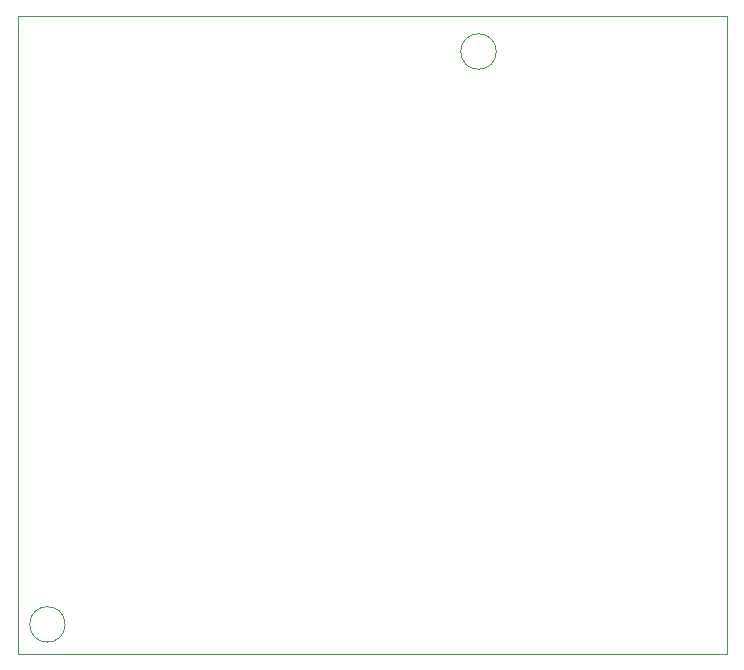
<source format=gm1>
%TF.GenerationSoftware,KiCad,Pcbnew,8.0.4*%
%TF.CreationDate,2024-08-14T00:22:54+01:00*%
%TF.ProjectId,PicoChain,5069636f-4368-4616-996e-2e6b69636164,rev?*%
%TF.SameCoordinates,Original*%
%TF.FileFunction,Profile,NP*%
%FSLAX46Y46*%
G04 Gerber Fmt 4.6, Leading zero omitted, Abs format (unit mm)*
G04 Created by KiCad (PCBNEW 8.0.4) date 2024-08-14 00:22:54*
%MOMM*%
%LPD*%
G01*
G04 APERTURE LIST*
%TA.AperFunction,Profile*%
%ADD10C,0.050000*%
%TD*%
%TA.AperFunction,Profile*%
%ADD11C,0.025400*%
%TD*%
G04 APERTURE END LIST*
D10*
X170040000Y-70920000D02*
G75*
G02*
X167040000Y-70920000I-1500000J0D01*
G01*
X167040000Y-70920000D02*
G75*
G02*
X170040000Y-70920000I1500000J0D01*
G01*
X133540000Y-119420000D02*
G75*
G02*
X130540000Y-119420000I-1500000J0D01*
G01*
X130540000Y-119420000D02*
G75*
G02*
X133540000Y-119420000I1500000J0D01*
G01*
D11*
X189540000Y-121920000D02*
X129540000Y-121920000D01*
X129540000Y-67920000D02*
X189540000Y-67920000D01*
X129540000Y-121920000D02*
X129540000Y-67920000D01*
X189540000Y-67920000D02*
X189540000Y-121920000D01*
M02*

</source>
